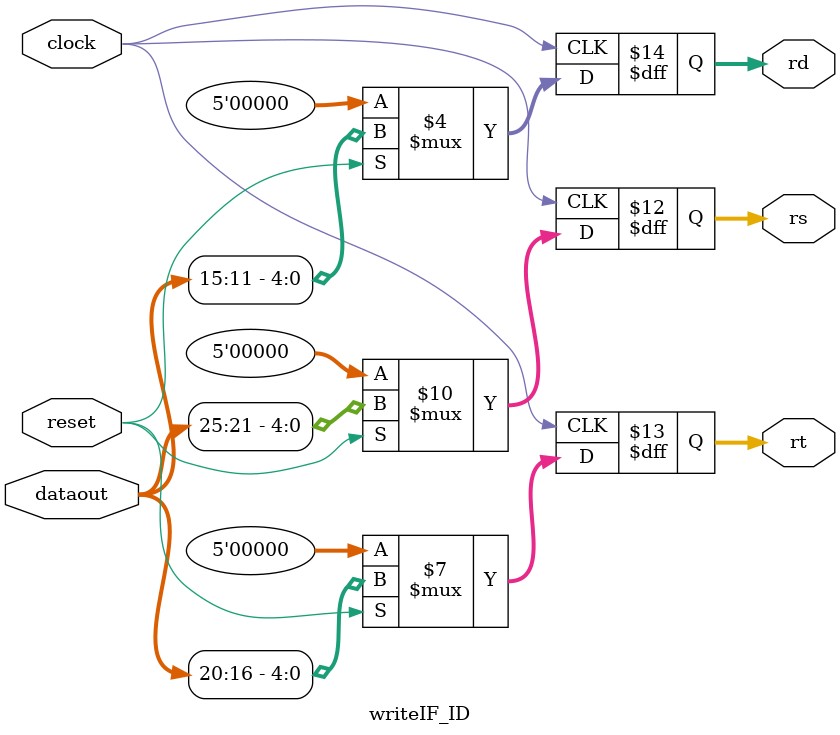
<source format=v>

module writeIF_ID(
	input wire reset,
	input wire [31:0] dataout,
	input wire clock,
	output reg [4:0] rs,
	output reg [4:0] rt,
	output reg [4:0] rd);
	
	always @(posedge clock) begin
		if(!reset) begin
			rs[4:0] <= 5'b0;
			rt[4:0] <= 5'b0;
			rd[4:0] <= 5'b0;
		end else begin
			rs[4:0] <= dataout[25:21];
			rt[4:0] <= dataout[20:16];
			rd[4:0] <= dataout[15:11];
		end
	end
	
endmodule

</source>
